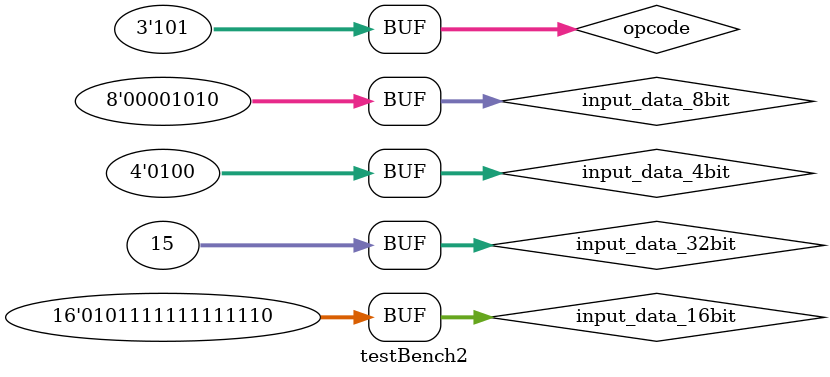
<source format=v>
module testBench2();

reg[2:0] opcode;
reg[3:0] input_data_4bit;
wire[3:0] output_data_4bit;
wire overflow_4bit;
reg[7:0] input_data_8bit;
wire[7:0] output_data_8bit;
wire overflow_8bit;
reg[15:0] input_data_16bit;
wire[15:0] output_data_16bit;
wire overflow_16bit;
reg[31:0] input_data_32bit;
wire[31:0] output_data_32bit;
wire overflow_32bit;
stack_based_alu #(4) stack_based_alu_4bit(.input_data(input_data_4bit),.opcode(opcode),.overflow(overflow_4bit),.output_data(output_data_4bit));
stack_based_alu #(8) stack_based_alu_8bit(.input_data(input_data_8bit),.opcode(opcode),.overflow(overflow_8bit),.output_data(output_data_8bit));
stack_based_alu #(16) stack_based_alu_16bit(.input_data(input_data_16bit),.opcode(opcode),.overflow(overflow_16bit),.output_data(output_data_16bit));
stack_based_alu #(32) stack_based_alu_32bit(.input_data(input_data_32bit),.opcode(opcode),.overflow(overflow_32bit),.output_data(output_data_32bit));
initial begin
   input_data_4bit=4'b0011;
   opcode =3'b110;
   #5
   input_data_4bit=4'b0100;
   #5
   opcode =3'b100;
   #5
   input_data_8bit=8'b11101011;
   opcode=3'b110;
   #5
   input_data_8bit=8'b00001010;
   #5
   opcode= 3'b101;
   #5
   input_data_16bit=16'b0101111111111111;
   opcode=3'b110;
   #5
   input_data_16bit=16'b0101111111111110;
   #5
   opcode=3'b100;
   #5
   input_data_32bit=32'b00000000000010000101111111111111;
   opcode=3'b110;
   #5
   input_data_32bit=32'b00000000000000000000000000001111;
   #5
   opcode=3'b101;
end
endmodule

</source>
